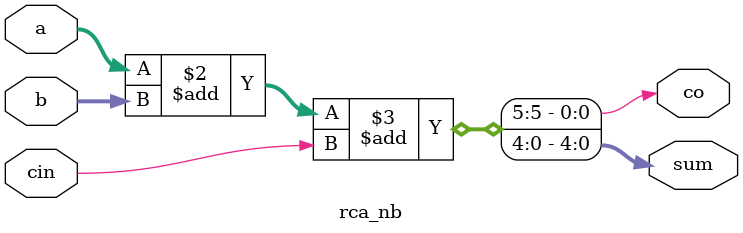
<source format=v>
`timescale 1ns / 1ps
`default_nettype none



module rca_nb  #(parameter n=5) (
    input wire [n-1:0] a,
    input wire [n-1:0] b,
    input wire cin,
    output reg [n-1:0] sum,
    output reg co
    );
	

    always @ (*)
    begin
       {co,sum} = a + b + cin;    
    end
    
endmodule

`default_nettype wire


</source>
